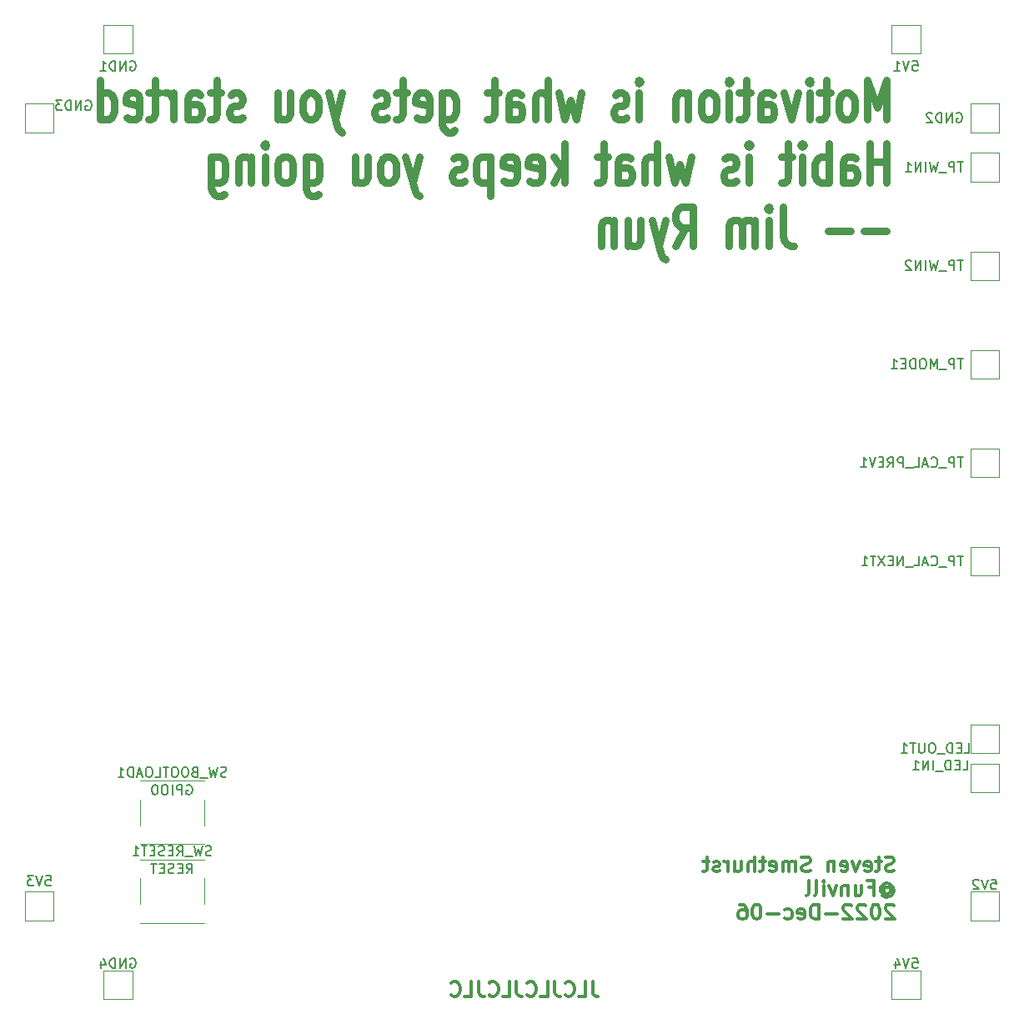
<source format=gbo>
G04 #@! TF.GenerationSoftware,KiCad,Pcbnew,(6.0.8)*
G04 #@! TF.CreationDate,2022-12-11T20:06:37-08:00*
G04 #@! TF.ProjectId,EveryDayCalendarSingleMonth,45766572-7944-4617-9943-616c656e6461,rev?*
G04 #@! TF.SameCoordinates,Original*
G04 #@! TF.FileFunction,Legend,Bot*
G04 #@! TF.FilePolarity,Positive*
%FSLAX46Y46*%
G04 Gerber Fmt 4.6, Leading zero omitted, Abs format (unit mm)*
G04 Created by KiCad (PCBNEW (6.0.8)) date 2022-12-11 20:06:37*
%MOMM*%
%LPD*%
G01*
G04 APERTURE LIST*
%ADD10C,0.750000*%
%ADD11C,0.150000*%
%ADD12C,0.300000*%
%ADD13C,0.120000*%
G04 APERTURE END LIST*
D10*
X138048214Y-50119523D02*
X138048214Y-46119523D01*
X137048214Y-48976666D01*
X136048214Y-46119523D01*
X136048214Y-50119523D01*
X134191071Y-50119523D02*
X134476785Y-49929047D01*
X134619642Y-49738571D01*
X134762500Y-49357619D01*
X134762500Y-48214761D01*
X134619642Y-47833809D01*
X134476785Y-47643333D01*
X134191071Y-47452857D01*
X133762500Y-47452857D01*
X133476785Y-47643333D01*
X133333928Y-47833809D01*
X133191071Y-48214761D01*
X133191071Y-49357619D01*
X133333928Y-49738571D01*
X133476785Y-49929047D01*
X133762500Y-50119523D01*
X134191071Y-50119523D01*
X132333928Y-47452857D02*
X131191071Y-47452857D01*
X131905357Y-46119523D02*
X131905357Y-49548095D01*
X131762500Y-49929047D01*
X131476785Y-50119523D01*
X131191071Y-50119523D01*
X130191071Y-50119523D02*
X130191071Y-47452857D01*
X130191071Y-46119523D02*
X130333928Y-46310000D01*
X130191071Y-46500476D01*
X130048214Y-46310000D01*
X130191071Y-46119523D01*
X130191071Y-46500476D01*
X129048214Y-47452857D02*
X128333928Y-50119523D01*
X127619642Y-47452857D01*
X125191071Y-50119523D02*
X125191071Y-48024285D01*
X125333928Y-47643333D01*
X125619642Y-47452857D01*
X126191071Y-47452857D01*
X126476785Y-47643333D01*
X125191071Y-49929047D02*
X125476785Y-50119523D01*
X126191071Y-50119523D01*
X126476785Y-49929047D01*
X126619642Y-49548095D01*
X126619642Y-49167142D01*
X126476785Y-48786190D01*
X126191071Y-48595714D01*
X125476785Y-48595714D01*
X125191071Y-48405238D01*
X124191071Y-47452857D02*
X123048214Y-47452857D01*
X123762499Y-46119523D02*
X123762499Y-49548095D01*
X123619642Y-49929047D01*
X123333928Y-50119523D01*
X123048214Y-50119523D01*
X122048214Y-50119523D02*
X122048214Y-47452857D01*
X122048214Y-46119523D02*
X122191071Y-46310000D01*
X122048214Y-46500476D01*
X121905357Y-46310000D01*
X122048214Y-46119523D01*
X122048214Y-46500476D01*
X120191071Y-50119523D02*
X120476785Y-49929047D01*
X120619642Y-49738571D01*
X120762499Y-49357619D01*
X120762499Y-48214761D01*
X120619642Y-47833809D01*
X120476785Y-47643333D01*
X120191071Y-47452857D01*
X119762499Y-47452857D01*
X119476785Y-47643333D01*
X119333928Y-47833809D01*
X119191071Y-48214761D01*
X119191071Y-49357619D01*
X119333928Y-49738571D01*
X119476785Y-49929047D01*
X119762499Y-50119523D01*
X120191071Y-50119523D01*
X117905357Y-47452857D02*
X117905357Y-50119523D01*
X117905357Y-47833809D02*
X117762499Y-47643333D01*
X117476785Y-47452857D01*
X117048214Y-47452857D01*
X116762499Y-47643333D01*
X116619642Y-48024285D01*
X116619642Y-50119523D01*
X112905357Y-50119523D02*
X112905357Y-47452857D01*
X112905357Y-46119523D02*
X113048214Y-46310000D01*
X112905357Y-46500476D01*
X112762499Y-46310000D01*
X112905357Y-46119523D01*
X112905357Y-46500476D01*
X111619642Y-49929047D02*
X111333928Y-50119523D01*
X110762500Y-50119523D01*
X110476785Y-49929047D01*
X110333928Y-49548095D01*
X110333928Y-49357619D01*
X110476785Y-48976666D01*
X110762500Y-48786190D01*
X111191071Y-48786190D01*
X111476785Y-48595714D01*
X111619642Y-48214761D01*
X111619642Y-48024285D01*
X111476785Y-47643333D01*
X111191071Y-47452857D01*
X110762500Y-47452857D01*
X110476785Y-47643333D01*
X107048214Y-47452857D02*
X106476785Y-50119523D01*
X105905357Y-48214761D01*
X105333928Y-50119523D01*
X104762500Y-47452857D01*
X103619642Y-50119523D02*
X103619642Y-46119523D01*
X102333928Y-50119523D02*
X102333928Y-48024285D01*
X102476785Y-47643333D01*
X102762500Y-47452857D01*
X103191071Y-47452857D01*
X103476785Y-47643333D01*
X103619642Y-47833809D01*
X99619642Y-50119523D02*
X99619642Y-48024285D01*
X99762500Y-47643333D01*
X100048214Y-47452857D01*
X100619642Y-47452857D01*
X100905357Y-47643333D01*
X99619642Y-49929047D02*
X99905357Y-50119523D01*
X100619642Y-50119523D01*
X100905357Y-49929047D01*
X101048214Y-49548095D01*
X101048214Y-49167142D01*
X100905357Y-48786190D01*
X100619642Y-48595714D01*
X99905357Y-48595714D01*
X99619642Y-48405238D01*
X98619642Y-47452857D02*
X97476785Y-47452857D01*
X98191071Y-46119523D02*
X98191071Y-49548095D01*
X98048214Y-49929047D01*
X97762500Y-50119523D01*
X97476785Y-50119523D01*
X92905357Y-47452857D02*
X92905357Y-50690952D01*
X93048214Y-51071904D01*
X93191071Y-51262380D01*
X93476785Y-51452857D01*
X93905357Y-51452857D01*
X94191071Y-51262380D01*
X92905357Y-49929047D02*
X93191071Y-50119523D01*
X93762500Y-50119523D01*
X94048214Y-49929047D01*
X94191071Y-49738571D01*
X94333928Y-49357619D01*
X94333928Y-48214761D01*
X94191071Y-47833809D01*
X94048214Y-47643333D01*
X93762500Y-47452857D01*
X93191071Y-47452857D01*
X92905357Y-47643333D01*
X90333928Y-49929047D02*
X90619642Y-50119523D01*
X91191071Y-50119523D01*
X91476785Y-49929047D01*
X91619642Y-49548095D01*
X91619642Y-48024285D01*
X91476785Y-47643333D01*
X91191071Y-47452857D01*
X90619642Y-47452857D01*
X90333928Y-47643333D01*
X90191071Y-48024285D01*
X90191071Y-48405238D01*
X91619642Y-48786190D01*
X89333928Y-47452857D02*
X88191071Y-47452857D01*
X88905357Y-46119523D02*
X88905357Y-49548095D01*
X88762499Y-49929047D01*
X88476785Y-50119523D01*
X88191071Y-50119523D01*
X87333928Y-49929047D02*
X87048214Y-50119523D01*
X86476785Y-50119523D01*
X86191071Y-49929047D01*
X86048214Y-49548095D01*
X86048214Y-49357619D01*
X86191071Y-48976666D01*
X86476785Y-48786190D01*
X86905357Y-48786190D01*
X87191071Y-48595714D01*
X87333928Y-48214761D01*
X87333928Y-48024285D01*
X87191071Y-47643333D01*
X86905357Y-47452857D01*
X86476785Y-47452857D01*
X86191071Y-47643333D01*
X82762499Y-47452857D02*
X82048214Y-50119523D01*
X81333928Y-47452857D02*
X82048214Y-50119523D01*
X82333928Y-51071904D01*
X82476785Y-51262380D01*
X82762499Y-51452857D01*
X79762500Y-50119523D02*
X80048214Y-49929047D01*
X80191071Y-49738571D01*
X80333928Y-49357619D01*
X80333928Y-48214761D01*
X80191071Y-47833809D01*
X80048214Y-47643333D01*
X79762500Y-47452857D01*
X79333928Y-47452857D01*
X79048214Y-47643333D01*
X78905357Y-47833809D01*
X78762500Y-48214761D01*
X78762500Y-49357619D01*
X78905357Y-49738571D01*
X79048214Y-49929047D01*
X79333928Y-50119523D01*
X79762500Y-50119523D01*
X76191071Y-47452857D02*
X76191071Y-50119523D01*
X77476785Y-47452857D02*
X77476785Y-49548095D01*
X77333928Y-49929047D01*
X77048214Y-50119523D01*
X76619642Y-50119523D01*
X76333928Y-49929047D01*
X76191071Y-49738571D01*
X72619642Y-49929047D02*
X72333928Y-50119523D01*
X71762500Y-50119523D01*
X71476785Y-49929047D01*
X71333928Y-49548095D01*
X71333928Y-49357619D01*
X71476785Y-48976666D01*
X71762500Y-48786190D01*
X72191071Y-48786190D01*
X72476785Y-48595714D01*
X72619642Y-48214761D01*
X72619642Y-48024285D01*
X72476785Y-47643333D01*
X72191071Y-47452857D01*
X71762500Y-47452857D01*
X71476785Y-47643333D01*
X70476785Y-47452857D02*
X69333928Y-47452857D01*
X70048214Y-46119523D02*
X70048214Y-49548095D01*
X69905357Y-49929047D01*
X69619642Y-50119523D01*
X69333928Y-50119523D01*
X67048214Y-50119523D02*
X67048214Y-48024285D01*
X67191071Y-47643333D01*
X67476785Y-47452857D01*
X68048214Y-47452857D01*
X68333928Y-47643333D01*
X67048214Y-49929047D02*
X67333928Y-50119523D01*
X68048214Y-50119523D01*
X68333928Y-49929047D01*
X68476785Y-49548095D01*
X68476785Y-49167142D01*
X68333928Y-48786190D01*
X68048214Y-48595714D01*
X67333928Y-48595714D01*
X67048214Y-48405238D01*
X65619642Y-50119523D02*
X65619642Y-47452857D01*
X65619642Y-48214761D02*
X65476785Y-47833809D01*
X65333928Y-47643333D01*
X65048214Y-47452857D01*
X64762500Y-47452857D01*
X64191071Y-47452857D02*
X63048214Y-47452857D01*
X63762500Y-46119523D02*
X63762500Y-49548095D01*
X63619642Y-49929047D01*
X63333928Y-50119523D01*
X63048214Y-50119523D01*
X60905357Y-49929047D02*
X61191071Y-50119523D01*
X61762500Y-50119523D01*
X62048214Y-49929047D01*
X62191071Y-49548095D01*
X62191071Y-48024285D01*
X62048214Y-47643333D01*
X61762500Y-47452857D01*
X61191071Y-47452857D01*
X60905357Y-47643333D01*
X60762500Y-48024285D01*
X60762500Y-48405238D01*
X62191071Y-48786190D01*
X58191071Y-50119523D02*
X58191071Y-46119523D01*
X58191071Y-49929047D02*
X58476785Y-50119523D01*
X59048214Y-50119523D01*
X59333928Y-49929047D01*
X59476785Y-49738571D01*
X59619642Y-49357619D01*
X59619642Y-48214761D01*
X59476785Y-47833809D01*
X59333928Y-47643333D01*
X59048214Y-47452857D01*
X58476785Y-47452857D01*
X58191071Y-47643333D01*
X138048214Y-56559523D02*
X138048214Y-52559523D01*
X138048214Y-54464285D02*
X136333928Y-54464285D01*
X136333928Y-56559523D02*
X136333928Y-52559523D01*
X133619642Y-56559523D02*
X133619642Y-54464285D01*
X133762500Y-54083333D01*
X134048214Y-53892857D01*
X134619642Y-53892857D01*
X134905357Y-54083333D01*
X133619642Y-56369047D02*
X133905357Y-56559523D01*
X134619642Y-56559523D01*
X134905357Y-56369047D01*
X135048214Y-55988095D01*
X135048214Y-55607142D01*
X134905357Y-55226190D01*
X134619642Y-55035714D01*
X133905357Y-55035714D01*
X133619642Y-54845238D01*
X132191071Y-56559523D02*
X132191071Y-52559523D01*
X132191071Y-54083333D02*
X131905357Y-53892857D01*
X131333928Y-53892857D01*
X131048214Y-54083333D01*
X130905357Y-54273809D01*
X130762500Y-54654761D01*
X130762500Y-55797619D01*
X130905357Y-56178571D01*
X131048214Y-56369047D01*
X131333928Y-56559523D01*
X131905357Y-56559523D01*
X132191071Y-56369047D01*
X129476785Y-56559523D02*
X129476785Y-53892857D01*
X129476785Y-52559523D02*
X129619642Y-52750000D01*
X129476785Y-52940476D01*
X129333928Y-52750000D01*
X129476785Y-52559523D01*
X129476785Y-52940476D01*
X128476785Y-53892857D02*
X127333928Y-53892857D01*
X128048214Y-52559523D02*
X128048214Y-55988095D01*
X127905357Y-56369047D01*
X127619642Y-56559523D01*
X127333928Y-56559523D01*
X124048214Y-56559523D02*
X124048214Y-53892857D01*
X124048214Y-52559523D02*
X124191071Y-52750000D01*
X124048214Y-52940476D01*
X123905357Y-52750000D01*
X124048214Y-52559523D01*
X124048214Y-52940476D01*
X122762500Y-56369047D02*
X122476785Y-56559523D01*
X121905357Y-56559523D01*
X121619642Y-56369047D01*
X121476785Y-55988095D01*
X121476785Y-55797619D01*
X121619642Y-55416666D01*
X121905357Y-55226190D01*
X122333928Y-55226190D01*
X122619642Y-55035714D01*
X122762500Y-54654761D01*
X122762500Y-54464285D01*
X122619642Y-54083333D01*
X122333928Y-53892857D01*
X121905357Y-53892857D01*
X121619642Y-54083333D01*
X118191071Y-53892857D02*
X117619642Y-56559523D01*
X117048214Y-54654761D01*
X116476785Y-56559523D01*
X115905357Y-53892857D01*
X114762500Y-56559523D02*
X114762500Y-52559523D01*
X113476785Y-56559523D02*
X113476785Y-54464285D01*
X113619642Y-54083333D01*
X113905357Y-53892857D01*
X114333928Y-53892857D01*
X114619642Y-54083333D01*
X114762500Y-54273809D01*
X110762500Y-56559523D02*
X110762500Y-54464285D01*
X110905357Y-54083333D01*
X111191071Y-53892857D01*
X111762500Y-53892857D01*
X112048214Y-54083333D01*
X110762500Y-56369047D02*
X111048214Y-56559523D01*
X111762500Y-56559523D01*
X112048214Y-56369047D01*
X112191071Y-55988095D01*
X112191071Y-55607142D01*
X112048214Y-55226190D01*
X111762500Y-55035714D01*
X111048214Y-55035714D01*
X110762500Y-54845238D01*
X109762500Y-53892857D02*
X108619642Y-53892857D01*
X109333928Y-52559523D02*
X109333928Y-55988095D01*
X109191071Y-56369047D01*
X108905357Y-56559523D01*
X108619642Y-56559523D01*
X105333928Y-56559523D02*
X105333928Y-52559523D01*
X105048214Y-55035714D02*
X104191071Y-56559523D01*
X104191071Y-53892857D02*
X105333928Y-55416666D01*
X101762500Y-56369047D02*
X102048214Y-56559523D01*
X102619642Y-56559523D01*
X102905357Y-56369047D01*
X103048214Y-55988095D01*
X103048214Y-54464285D01*
X102905357Y-54083333D01*
X102619642Y-53892857D01*
X102048214Y-53892857D01*
X101762500Y-54083333D01*
X101619642Y-54464285D01*
X101619642Y-54845238D01*
X103048214Y-55226190D01*
X99191071Y-56369047D02*
X99476785Y-56559523D01*
X100048214Y-56559523D01*
X100333928Y-56369047D01*
X100476785Y-55988095D01*
X100476785Y-54464285D01*
X100333928Y-54083333D01*
X100048214Y-53892857D01*
X99476785Y-53892857D01*
X99191071Y-54083333D01*
X99048214Y-54464285D01*
X99048214Y-54845238D01*
X100476785Y-55226190D01*
X97762500Y-53892857D02*
X97762500Y-57892857D01*
X97762500Y-54083333D02*
X97476785Y-53892857D01*
X96905357Y-53892857D01*
X96619642Y-54083333D01*
X96476785Y-54273809D01*
X96333928Y-54654761D01*
X96333928Y-55797619D01*
X96476785Y-56178571D01*
X96619642Y-56369047D01*
X96905357Y-56559523D01*
X97476785Y-56559523D01*
X97762500Y-56369047D01*
X95191071Y-56369047D02*
X94905357Y-56559523D01*
X94333928Y-56559523D01*
X94048214Y-56369047D01*
X93905357Y-55988095D01*
X93905357Y-55797619D01*
X94048214Y-55416666D01*
X94333928Y-55226190D01*
X94762500Y-55226190D01*
X95048214Y-55035714D01*
X95191071Y-54654761D01*
X95191071Y-54464285D01*
X95048214Y-54083333D01*
X94762500Y-53892857D01*
X94333928Y-53892857D01*
X94048214Y-54083333D01*
X90619642Y-53892857D02*
X89905357Y-56559523D01*
X89191071Y-53892857D02*
X89905357Y-56559523D01*
X90191071Y-57511904D01*
X90333928Y-57702380D01*
X90619642Y-57892857D01*
X87619642Y-56559523D02*
X87905357Y-56369047D01*
X88048214Y-56178571D01*
X88191071Y-55797619D01*
X88191071Y-54654761D01*
X88048214Y-54273809D01*
X87905357Y-54083333D01*
X87619642Y-53892857D01*
X87191071Y-53892857D01*
X86905357Y-54083333D01*
X86762500Y-54273809D01*
X86619642Y-54654761D01*
X86619642Y-55797619D01*
X86762500Y-56178571D01*
X86905357Y-56369047D01*
X87191071Y-56559523D01*
X87619642Y-56559523D01*
X84048214Y-53892857D02*
X84048214Y-56559523D01*
X85333928Y-53892857D02*
X85333928Y-55988095D01*
X85191071Y-56369047D01*
X84905357Y-56559523D01*
X84476785Y-56559523D01*
X84191071Y-56369047D01*
X84048214Y-56178571D01*
X79048214Y-53892857D02*
X79048214Y-57130952D01*
X79191071Y-57511904D01*
X79333928Y-57702380D01*
X79619642Y-57892857D01*
X80048214Y-57892857D01*
X80333928Y-57702380D01*
X79048214Y-56369047D02*
X79333928Y-56559523D01*
X79905357Y-56559523D01*
X80191071Y-56369047D01*
X80333928Y-56178571D01*
X80476785Y-55797619D01*
X80476785Y-54654761D01*
X80333928Y-54273809D01*
X80191071Y-54083333D01*
X79905357Y-53892857D01*
X79333928Y-53892857D01*
X79048214Y-54083333D01*
X77191071Y-56559523D02*
X77476785Y-56369047D01*
X77619642Y-56178571D01*
X77762500Y-55797619D01*
X77762500Y-54654761D01*
X77619642Y-54273809D01*
X77476785Y-54083333D01*
X77191071Y-53892857D01*
X76762500Y-53892857D01*
X76476785Y-54083333D01*
X76333928Y-54273809D01*
X76191071Y-54654761D01*
X76191071Y-55797619D01*
X76333928Y-56178571D01*
X76476785Y-56369047D01*
X76762500Y-56559523D01*
X77191071Y-56559523D01*
X74905357Y-56559523D02*
X74905357Y-53892857D01*
X74905357Y-52559523D02*
X75048214Y-52750000D01*
X74905357Y-52940476D01*
X74762500Y-52750000D01*
X74905357Y-52559523D01*
X74905357Y-52940476D01*
X73476785Y-53892857D02*
X73476785Y-56559523D01*
X73476785Y-54273809D02*
X73333928Y-54083333D01*
X73048214Y-53892857D01*
X72619642Y-53892857D01*
X72333928Y-54083333D01*
X72191071Y-54464285D01*
X72191071Y-56559523D01*
X69476785Y-53892857D02*
X69476785Y-57130952D01*
X69619642Y-57511904D01*
X69762500Y-57702380D01*
X70048214Y-57892857D01*
X70476785Y-57892857D01*
X70762500Y-57702380D01*
X69476785Y-56369047D02*
X69762500Y-56559523D01*
X70333928Y-56559523D01*
X70619642Y-56369047D01*
X70762500Y-56178571D01*
X70905357Y-55797619D01*
X70905357Y-54654761D01*
X70762500Y-54273809D01*
X70619642Y-54083333D01*
X70333928Y-53892857D01*
X69762500Y-53892857D01*
X69476785Y-54083333D01*
X138048214Y-61475714D02*
X135762500Y-61475714D01*
X134333928Y-61475714D02*
X132048214Y-61475714D01*
X127476785Y-58999523D02*
X127476785Y-61856666D01*
X127619642Y-62428095D01*
X127905357Y-62809047D01*
X128333928Y-62999523D01*
X128619642Y-62999523D01*
X126048214Y-62999523D02*
X126048214Y-60332857D01*
X126048214Y-58999523D02*
X126191071Y-59190000D01*
X126048214Y-59380476D01*
X125905357Y-59190000D01*
X126048214Y-58999523D01*
X126048214Y-59380476D01*
X124619642Y-62999523D02*
X124619642Y-60332857D01*
X124619642Y-60713809D02*
X124476785Y-60523333D01*
X124191071Y-60332857D01*
X123762500Y-60332857D01*
X123476785Y-60523333D01*
X123333928Y-60904285D01*
X123333928Y-62999523D01*
X123333928Y-60904285D02*
X123191071Y-60523333D01*
X122905357Y-60332857D01*
X122476785Y-60332857D01*
X122191071Y-60523333D01*
X122048214Y-60904285D01*
X122048214Y-62999523D01*
X116619642Y-62999523D02*
X117619642Y-61094761D01*
X118333928Y-62999523D02*
X118333928Y-58999523D01*
X117191071Y-58999523D01*
X116905357Y-59190000D01*
X116762500Y-59380476D01*
X116619642Y-59761428D01*
X116619642Y-60332857D01*
X116762500Y-60713809D01*
X116905357Y-60904285D01*
X117191071Y-61094761D01*
X118333928Y-61094761D01*
X115619642Y-60332857D02*
X114905357Y-62999523D01*
X114191071Y-60332857D02*
X114905357Y-62999523D01*
X115191071Y-63951904D01*
X115333928Y-64142380D01*
X115619642Y-64332857D01*
X111762500Y-60332857D02*
X111762500Y-62999523D01*
X113048214Y-60332857D02*
X113048214Y-62428095D01*
X112905357Y-62809047D01*
X112619642Y-62999523D01*
X112191071Y-62999523D01*
X111905357Y-62809047D01*
X111762500Y-62618571D01*
X110333928Y-60332857D02*
X110333928Y-62999523D01*
X110333928Y-60713809D02*
X110191071Y-60523333D01*
X109905357Y-60332857D01*
X109476785Y-60332857D01*
X109191071Y-60523333D01*
X109048214Y-60904285D01*
X109048214Y-62999523D01*
D11*
X66952380Y-126702380D02*
X67285714Y-126226190D01*
X67523809Y-126702380D02*
X67523809Y-125702380D01*
X67142857Y-125702380D01*
X67047619Y-125750000D01*
X67000000Y-125797619D01*
X66952380Y-125892857D01*
X66952380Y-126035714D01*
X67000000Y-126130952D01*
X67047619Y-126178571D01*
X67142857Y-126226190D01*
X67523809Y-126226190D01*
X66523809Y-126178571D02*
X66190476Y-126178571D01*
X66047619Y-126702380D02*
X66523809Y-126702380D01*
X66523809Y-125702380D01*
X66047619Y-125702380D01*
X65666666Y-126654761D02*
X65523809Y-126702380D01*
X65285714Y-126702380D01*
X65190476Y-126654761D01*
X65142857Y-126607142D01*
X65095238Y-126511904D01*
X65095238Y-126416666D01*
X65142857Y-126321428D01*
X65190476Y-126273809D01*
X65285714Y-126226190D01*
X65476190Y-126178571D01*
X65571428Y-126130952D01*
X65619047Y-126083333D01*
X65666666Y-125988095D01*
X65666666Y-125892857D01*
X65619047Y-125797619D01*
X65571428Y-125750000D01*
X65476190Y-125702380D01*
X65238095Y-125702380D01*
X65095238Y-125750000D01*
X64666666Y-126178571D02*
X64333333Y-126178571D01*
X64190476Y-126702380D02*
X64666666Y-126702380D01*
X64666666Y-125702380D01*
X64190476Y-125702380D01*
X63904761Y-125702380D02*
X63333333Y-125702380D01*
X63619047Y-126702380D02*
X63619047Y-125702380D01*
D12*
X108178571Y-137678571D02*
X108178571Y-138750000D01*
X108250000Y-138964285D01*
X108392857Y-139107142D01*
X108607142Y-139178571D01*
X108750000Y-139178571D01*
X106750000Y-139178571D02*
X107464285Y-139178571D01*
X107464285Y-137678571D01*
X105392857Y-139035714D02*
X105464285Y-139107142D01*
X105678571Y-139178571D01*
X105821428Y-139178571D01*
X106035714Y-139107142D01*
X106178571Y-138964285D01*
X106250000Y-138821428D01*
X106321428Y-138535714D01*
X106321428Y-138321428D01*
X106250000Y-138035714D01*
X106178571Y-137892857D01*
X106035714Y-137750000D01*
X105821428Y-137678571D01*
X105678571Y-137678571D01*
X105464285Y-137750000D01*
X105392857Y-137821428D01*
X104321428Y-137678571D02*
X104321428Y-138750000D01*
X104392857Y-138964285D01*
X104535714Y-139107142D01*
X104750000Y-139178571D01*
X104892857Y-139178571D01*
X102892857Y-139178571D02*
X103607142Y-139178571D01*
X103607142Y-137678571D01*
X101535714Y-139035714D02*
X101607142Y-139107142D01*
X101821428Y-139178571D01*
X101964285Y-139178571D01*
X102178571Y-139107142D01*
X102321428Y-138964285D01*
X102392857Y-138821428D01*
X102464285Y-138535714D01*
X102464285Y-138321428D01*
X102392857Y-138035714D01*
X102321428Y-137892857D01*
X102178571Y-137750000D01*
X101964285Y-137678571D01*
X101821428Y-137678571D01*
X101607142Y-137750000D01*
X101535714Y-137821428D01*
X100464285Y-137678571D02*
X100464285Y-138750000D01*
X100535714Y-138964285D01*
X100678571Y-139107142D01*
X100892857Y-139178571D01*
X101035714Y-139178571D01*
X99035714Y-139178571D02*
X99750000Y-139178571D01*
X99750000Y-137678571D01*
X97678571Y-139035714D02*
X97750000Y-139107142D01*
X97964285Y-139178571D01*
X98107142Y-139178571D01*
X98321428Y-139107142D01*
X98464285Y-138964285D01*
X98535714Y-138821428D01*
X98607142Y-138535714D01*
X98607142Y-138321428D01*
X98535714Y-138035714D01*
X98464285Y-137892857D01*
X98321428Y-137750000D01*
X98107142Y-137678571D01*
X97964285Y-137678571D01*
X97750000Y-137750000D01*
X97678571Y-137821428D01*
X96607142Y-137678571D02*
X96607142Y-138750000D01*
X96678571Y-138964285D01*
X96821428Y-139107142D01*
X97035714Y-139178571D01*
X97178571Y-139178571D01*
X95178571Y-139178571D02*
X95892857Y-139178571D01*
X95892857Y-137678571D01*
X93821428Y-139035714D02*
X93892857Y-139107142D01*
X94107142Y-139178571D01*
X94250000Y-139178571D01*
X94464285Y-139107142D01*
X94607142Y-138964285D01*
X94678571Y-138821428D01*
X94750000Y-138535714D01*
X94750000Y-138321428D01*
X94678571Y-138035714D01*
X94607142Y-137892857D01*
X94464285Y-137750000D01*
X94250000Y-137678571D01*
X94107142Y-137678571D01*
X93892857Y-137750000D01*
X93821428Y-137821428D01*
X138769285Y-126442142D02*
X138555000Y-126513571D01*
X138197857Y-126513571D01*
X138055000Y-126442142D01*
X137983571Y-126370714D01*
X137912142Y-126227857D01*
X137912142Y-126085000D01*
X137983571Y-125942142D01*
X138055000Y-125870714D01*
X138197857Y-125799285D01*
X138483571Y-125727857D01*
X138626428Y-125656428D01*
X138697857Y-125585000D01*
X138769285Y-125442142D01*
X138769285Y-125299285D01*
X138697857Y-125156428D01*
X138626428Y-125085000D01*
X138483571Y-125013571D01*
X138126428Y-125013571D01*
X137912142Y-125085000D01*
X137483571Y-125513571D02*
X136912142Y-125513571D01*
X137269285Y-125013571D02*
X137269285Y-126299285D01*
X137197857Y-126442142D01*
X137055000Y-126513571D01*
X136912142Y-126513571D01*
X135840714Y-126442142D02*
X135983571Y-126513571D01*
X136269285Y-126513571D01*
X136412142Y-126442142D01*
X136483571Y-126299285D01*
X136483571Y-125727857D01*
X136412142Y-125585000D01*
X136269285Y-125513571D01*
X135983571Y-125513571D01*
X135840714Y-125585000D01*
X135769285Y-125727857D01*
X135769285Y-125870714D01*
X136483571Y-126013571D01*
X135269285Y-125513571D02*
X134912142Y-126513571D01*
X134555000Y-125513571D01*
X133412142Y-126442142D02*
X133555000Y-126513571D01*
X133840714Y-126513571D01*
X133983571Y-126442142D01*
X134055000Y-126299285D01*
X134055000Y-125727857D01*
X133983571Y-125585000D01*
X133840714Y-125513571D01*
X133555000Y-125513571D01*
X133412142Y-125585000D01*
X133340714Y-125727857D01*
X133340714Y-125870714D01*
X134055000Y-126013571D01*
X132697857Y-125513571D02*
X132697857Y-126513571D01*
X132697857Y-125656428D02*
X132626428Y-125585000D01*
X132483571Y-125513571D01*
X132269285Y-125513571D01*
X132126428Y-125585000D01*
X132055000Y-125727857D01*
X132055000Y-126513571D01*
X130269285Y-126442142D02*
X130055000Y-126513571D01*
X129697857Y-126513571D01*
X129555000Y-126442142D01*
X129483571Y-126370714D01*
X129412142Y-126227857D01*
X129412142Y-126085000D01*
X129483571Y-125942142D01*
X129555000Y-125870714D01*
X129697857Y-125799285D01*
X129983571Y-125727857D01*
X130126428Y-125656428D01*
X130197857Y-125585000D01*
X130269285Y-125442142D01*
X130269285Y-125299285D01*
X130197857Y-125156428D01*
X130126428Y-125085000D01*
X129983571Y-125013571D01*
X129626428Y-125013571D01*
X129412142Y-125085000D01*
X128769285Y-126513571D02*
X128769285Y-125513571D01*
X128769285Y-125656428D02*
X128697857Y-125585000D01*
X128555000Y-125513571D01*
X128340714Y-125513571D01*
X128197857Y-125585000D01*
X128126428Y-125727857D01*
X128126428Y-126513571D01*
X128126428Y-125727857D02*
X128055000Y-125585000D01*
X127912142Y-125513571D01*
X127697857Y-125513571D01*
X127555000Y-125585000D01*
X127483571Y-125727857D01*
X127483571Y-126513571D01*
X126197857Y-126442142D02*
X126340714Y-126513571D01*
X126626428Y-126513571D01*
X126769285Y-126442142D01*
X126840714Y-126299285D01*
X126840714Y-125727857D01*
X126769285Y-125585000D01*
X126626428Y-125513571D01*
X126340714Y-125513571D01*
X126197857Y-125585000D01*
X126126428Y-125727857D01*
X126126428Y-125870714D01*
X126840714Y-126013571D01*
X125697857Y-125513571D02*
X125126428Y-125513571D01*
X125483571Y-125013571D02*
X125483571Y-126299285D01*
X125412142Y-126442142D01*
X125269285Y-126513571D01*
X125126428Y-126513571D01*
X124626428Y-126513571D02*
X124626428Y-125013571D01*
X123983571Y-126513571D02*
X123983571Y-125727857D01*
X124055000Y-125585000D01*
X124197857Y-125513571D01*
X124412142Y-125513571D01*
X124555000Y-125585000D01*
X124626428Y-125656428D01*
X122626428Y-125513571D02*
X122626428Y-126513571D01*
X123269285Y-125513571D02*
X123269285Y-126299285D01*
X123197857Y-126442142D01*
X123055000Y-126513571D01*
X122840714Y-126513571D01*
X122697857Y-126442142D01*
X122626428Y-126370714D01*
X121912142Y-126513571D02*
X121912142Y-125513571D01*
X121912142Y-125799285D02*
X121840714Y-125656428D01*
X121769285Y-125585000D01*
X121626428Y-125513571D01*
X121483571Y-125513571D01*
X121055000Y-126442142D02*
X120912142Y-126513571D01*
X120626428Y-126513571D01*
X120483571Y-126442142D01*
X120412142Y-126299285D01*
X120412142Y-126227857D01*
X120483571Y-126085000D01*
X120626428Y-126013571D01*
X120840714Y-126013571D01*
X120983571Y-125942142D01*
X121055000Y-125799285D01*
X121055000Y-125727857D01*
X120983571Y-125585000D01*
X120840714Y-125513571D01*
X120626428Y-125513571D01*
X120483571Y-125585000D01*
X119983571Y-125513571D02*
X119412142Y-125513571D01*
X119769285Y-125013571D02*
X119769285Y-126299285D01*
X119697857Y-126442142D01*
X119555000Y-126513571D01*
X119412142Y-126513571D01*
X137769285Y-128214285D02*
X137840714Y-128142857D01*
X137983571Y-128071428D01*
X138126428Y-128071428D01*
X138269285Y-128142857D01*
X138340714Y-128214285D01*
X138412142Y-128357142D01*
X138412142Y-128500000D01*
X138340714Y-128642857D01*
X138269285Y-128714285D01*
X138126428Y-128785714D01*
X137983571Y-128785714D01*
X137840714Y-128714285D01*
X137769285Y-128642857D01*
X137769285Y-128071428D02*
X137769285Y-128642857D01*
X137697857Y-128714285D01*
X137626428Y-128714285D01*
X137483571Y-128642857D01*
X137412142Y-128500000D01*
X137412142Y-128142857D01*
X137555000Y-127928571D01*
X137769285Y-127785714D01*
X138055000Y-127714285D01*
X138340714Y-127785714D01*
X138555000Y-127928571D01*
X138697857Y-128142857D01*
X138769285Y-128428571D01*
X138697857Y-128714285D01*
X138555000Y-128928571D01*
X138340714Y-129071428D01*
X138055000Y-129142857D01*
X137769285Y-129071428D01*
X137555000Y-128928571D01*
X136269285Y-128142857D02*
X136769285Y-128142857D01*
X136769285Y-128928571D02*
X136769285Y-127428571D01*
X136055000Y-127428571D01*
X134840714Y-127928571D02*
X134840714Y-128928571D01*
X135483571Y-127928571D02*
X135483571Y-128714285D01*
X135412142Y-128857142D01*
X135269285Y-128928571D01*
X135055000Y-128928571D01*
X134912142Y-128857142D01*
X134840714Y-128785714D01*
X134126428Y-127928571D02*
X134126428Y-128928571D01*
X134126428Y-128071428D02*
X134055000Y-128000000D01*
X133912142Y-127928571D01*
X133697857Y-127928571D01*
X133555000Y-128000000D01*
X133483571Y-128142857D01*
X133483571Y-128928571D01*
X132912142Y-127928571D02*
X132555000Y-128928571D01*
X132197857Y-127928571D01*
X131626428Y-128928571D02*
X131626428Y-127928571D01*
X131626428Y-127428571D02*
X131697857Y-127500000D01*
X131626428Y-127571428D01*
X131555000Y-127500000D01*
X131626428Y-127428571D01*
X131626428Y-127571428D01*
X130697857Y-128928571D02*
X130840714Y-128857142D01*
X130912142Y-128714285D01*
X130912142Y-127428571D01*
X129912142Y-128928571D02*
X130055000Y-128857142D01*
X130126428Y-128714285D01*
X130126428Y-127428571D01*
X138769285Y-129986428D02*
X138697857Y-129915000D01*
X138555000Y-129843571D01*
X138197857Y-129843571D01*
X138055000Y-129915000D01*
X137983571Y-129986428D01*
X137912142Y-130129285D01*
X137912142Y-130272142D01*
X137983571Y-130486428D01*
X138840714Y-131343571D01*
X137912142Y-131343571D01*
X136983571Y-129843571D02*
X136840714Y-129843571D01*
X136697857Y-129915000D01*
X136626428Y-129986428D01*
X136555000Y-130129285D01*
X136483571Y-130415000D01*
X136483571Y-130772142D01*
X136555000Y-131057857D01*
X136626428Y-131200714D01*
X136697857Y-131272142D01*
X136840714Y-131343571D01*
X136983571Y-131343571D01*
X137126428Y-131272142D01*
X137197857Y-131200714D01*
X137269285Y-131057857D01*
X137340714Y-130772142D01*
X137340714Y-130415000D01*
X137269285Y-130129285D01*
X137197857Y-129986428D01*
X137126428Y-129915000D01*
X136983571Y-129843571D01*
X135912142Y-129986428D02*
X135840714Y-129915000D01*
X135697857Y-129843571D01*
X135340714Y-129843571D01*
X135197857Y-129915000D01*
X135126428Y-129986428D01*
X135055000Y-130129285D01*
X135055000Y-130272142D01*
X135126428Y-130486428D01*
X135983571Y-131343571D01*
X135055000Y-131343571D01*
X134483571Y-129986428D02*
X134412142Y-129915000D01*
X134269285Y-129843571D01*
X133912142Y-129843571D01*
X133769285Y-129915000D01*
X133697857Y-129986428D01*
X133626428Y-130129285D01*
X133626428Y-130272142D01*
X133697857Y-130486428D01*
X134555000Y-131343571D01*
X133626428Y-131343571D01*
X132983571Y-130772142D02*
X131840714Y-130772142D01*
X131126428Y-131343571D02*
X131126428Y-129843571D01*
X130769285Y-129843571D01*
X130554999Y-129915000D01*
X130412142Y-130057857D01*
X130340714Y-130200714D01*
X130269285Y-130486428D01*
X130269285Y-130700714D01*
X130340714Y-130986428D01*
X130412142Y-131129285D01*
X130554999Y-131272142D01*
X130769285Y-131343571D01*
X131126428Y-131343571D01*
X129054999Y-131272142D02*
X129197857Y-131343571D01*
X129483571Y-131343571D01*
X129626428Y-131272142D01*
X129697857Y-131129285D01*
X129697857Y-130557857D01*
X129626428Y-130415000D01*
X129483571Y-130343571D01*
X129197857Y-130343571D01*
X129054999Y-130415000D01*
X128983571Y-130557857D01*
X128983571Y-130700714D01*
X129697857Y-130843571D01*
X127697857Y-131272142D02*
X127840714Y-131343571D01*
X128126428Y-131343571D01*
X128269285Y-131272142D01*
X128340714Y-131200714D01*
X128412142Y-131057857D01*
X128412142Y-130629285D01*
X128340714Y-130486428D01*
X128269285Y-130415000D01*
X128126428Y-130343571D01*
X127840714Y-130343571D01*
X127697857Y-130415000D01*
X127054999Y-130772142D02*
X125912142Y-130772142D01*
X124912142Y-129843571D02*
X124769285Y-129843571D01*
X124626428Y-129915000D01*
X124554999Y-129986428D01*
X124483571Y-130129285D01*
X124412142Y-130415000D01*
X124412142Y-130772142D01*
X124483571Y-131057857D01*
X124554999Y-131200714D01*
X124626428Y-131272142D01*
X124769285Y-131343571D01*
X124912142Y-131343571D01*
X125054999Y-131272142D01*
X125126428Y-131200714D01*
X125197857Y-131057857D01*
X125269285Y-130772142D01*
X125269285Y-130415000D01*
X125197857Y-130129285D01*
X125126428Y-129986428D01*
X125054999Y-129915000D01*
X124912142Y-129843571D01*
X123126428Y-129843571D02*
X123412142Y-129843571D01*
X123554999Y-129915000D01*
X123626428Y-129986428D01*
X123769285Y-130200714D01*
X123840714Y-130486428D01*
X123840714Y-131057857D01*
X123769285Y-131200714D01*
X123697857Y-131272142D01*
X123554999Y-131343571D01*
X123269285Y-131343571D01*
X123126428Y-131272142D01*
X123054999Y-131200714D01*
X122983571Y-131057857D01*
X122983571Y-130700714D01*
X123054999Y-130557857D01*
X123126428Y-130486428D01*
X123269285Y-130415000D01*
X123554999Y-130415000D01*
X123697857Y-130486428D01*
X123769285Y-130557857D01*
X123840714Y-130700714D01*
D11*
X66976190Y-117750000D02*
X67071428Y-117702380D01*
X67214285Y-117702380D01*
X67357142Y-117750000D01*
X67452380Y-117845238D01*
X67500000Y-117940476D01*
X67547619Y-118130952D01*
X67547619Y-118273809D01*
X67500000Y-118464285D01*
X67452380Y-118559523D01*
X67357142Y-118654761D01*
X67214285Y-118702380D01*
X67119047Y-118702380D01*
X66976190Y-118654761D01*
X66928571Y-118607142D01*
X66928571Y-118273809D01*
X67119047Y-118273809D01*
X66500000Y-118702380D02*
X66500000Y-117702380D01*
X66119047Y-117702380D01*
X66023809Y-117750000D01*
X65976190Y-117797619D01*
X65928571Y-117892857D01*
X65928571Y-118035714D01*
X65976190Y-118130952D01*
X66023809Y-118178571D01*
X66119047Y-118226190D01*
X66500000Y-118226190D01*
X65500000Y-118702380D02*
X65500000Y-117702380D01*
X64833333Y-117702380D02*
X64642857Y-117702380D01*
X64547619Y-117750000D01*
X64452380Y-117845238D01*
X64404761Y-118035714D01*
X64404761Y-118369047D01*
X64452380Y-118559523D01*
X64547619Y-118654761D01*
X64642857Y-118702380D01*
X64833333Y-118702380D01*
X64928571Y-118654761D01*
X65023809Y-118559523D01*
X65071428Y-118369047D01*
X65071428Y-118035714D01*
X65023809Y-117845238D01*
X64928571Y-117750000D01*
X64833333Y-117702380D01*
X63785714Y-117702380D02*
X63690476Y-117702380D01*
X63595238Y-117750000D01*
X63547619Y-117797619D01*
X63500000Y-117892857D01*
X63452380Y-118083333D01*
X63452380Y-118321428D01*
X63500000Y-118511904D01*
X63547619Y-118607142D01*
X63595238Y-118654761D01*
X63690476Y-118702380D01*
X63785714Y-118702380D01*
X63880952Y-118654761D01*
X63928571Y-118607142D01*
X63976190Y-118511904D01*
X64023809Y-118321428D01*
X64023809Y-118083333D01*
X63976190Y-117892857D01*
X63928571Y-117797619D01*
X63880952Y-117750000D01*
X63785714Y-117702380D01*
G04 #@! TO.C,LED_IN1*
X145761904Y-116202380D02*
X146238095Y-116202380D01*
X146238095Y-115202380D01*
X145428571Y-115678571D02*
X145095238Y-115678571D01*
X144952380Y-116202380D02*
X145428571Y-116202380D01*
X145428571Y-115202380D01*
X144952380Y-115202380D01*
X144523809Y-116202380D02*
X144523809Y-115202380D01*
X144285714Y-115202380D01*
X144142857Y-115250000D01*
X144047619Y-115345238D01*
X144000000Y-115440476D01*
X143952380Y-115630952D01*
X143952380Y-115773809D01*
X144000000Y-115964285D01*
X144047619Y-116059523D01*
X144142857Y-116154761D01*
X144285714Y-116202380D01*
X144523809Y-116202380D01*
X143761904Y-116297619D02*
X143000000Y-116297619D01*
X142761904Y-116202380D02*
X142761904Y-115202380D01*
X142285714Y-116202380D02*
X142285714Y-115202380D01*
X141714285Y-116202380D01*
X141714285Y-115202380D01*
X140714285Y-116202380D02*
X141285714Y-116202380D01*
X141000000Y-116202380D02*
X141000000Y-115202380D01*
X141095238Y-115345238D01*
X141190476Y-115440476D01*
X141285714Y-115488095D01*
G04 #@! TO.C,SW_RESET1*
X69476190Y-124854761D02*
X69333333Y-124902380D01*
X69095238Y-124902380D01*
X69000000Y-124854761D01*
X68952380Y-124807142D01*
X68904761Y-124711904D01*
X68904761Y-124616666D01*
X68952380Y-124521428D01*
X69000000Y-124473809D01*
X69095238Y-124426190D01*
X69285714Y-124378571D01*
X69380952Y-124330952D01*
X69428571Y-124283333D01*
X69476190Y-124188095D01*
X69476190Y-124092857D01*
X69428571Y-123997619D01*
X69380952Y-123950000D01*
X69285714Y-123902380D01*
X69047619Y-123902380D01*
X68904761Y-123950000D01*
X68571428Y-123902380D02*
X68333333Y-124902380D01*
X68142857Y-124188095D01*
X67952380Y-124902380D01*
X67714285Y-123902380D01*
X67571428Y-124997619D02*
X66809523Y-124997619D01*
X66000000Y-124902380D02*
X66333333Y-124426190D01*
X66571428Y-124902380D02*
X66571428Y-123902380D01*
X66190476Y-123902380D01*
X66095238Y-123950000D01*
X66047619Y-123997619D01*
X66000000Y-124092857D01*
X66000000Y-124235714D01*
X66047619Y-124330952D01*
X66095238Y-124378571D01*
X66190476Y-124426190D01*
X66571428Y-124426190D01*
X65571428Y-124378571D02*
X65238095Y-124378571D01*
X65095238Y-124902380D02*
X65571428Y-124902380D01*
X65571428Y-123902380D01*
X65095238Y-123902380D01*
X64714285Y-124854761D02*
X64571428Y-124902380D01*
X64333333Y-124902380D01*
X64238095Y-124854761D01*
X64190476Y-124807142D01*
X64142857Y-124711904D01*
X64142857Y-124616666D01*
X64190476Y-124521428D01*
X64238095Y-124473809D01*
X64333333Y-124426190D01*
X64523809Y-124378571D01*
X64619047Y-124330952D01*
X64666666Y-124283333D01*
X64714285Y-124188095D01*
X64714285Y-124092857D01*
X64666666Y-123997619D01*
X64619047Y-123950000D01*
X64523809Y-123902380D01*
X64285714Y-123902380D01*
X64142857Y-123950000D01*
X63714285Y-124378571D02*
X63380952Y-124378571D01*
X63238095Y-124902380D02*
X63714285Y-124902380D01*
X63714285Y-123902380D01*
X63238095Y-123902380D01*
X62952380Y-123902380D02*
X62380952Y-123902380D01*
X62666666Y-124902380D02*
X62666666Y-123902380D01*
X61523809Y-124902380D02*
X62095238Y-124902380D01*
X61809523Y-124902380D02*
X61809523Y-123902380D01*
X61904761Y-124045238D01*
X62000000Y-124140476D01*
X62095238Y-124188095D01*
G04 #@! TO.C,LED_OUT1*
X145928571Y-114452380D02*
X146404761Y-114452380D01*
X146404761Y-113452380D01*
X145595238Y-113928571D02*
X145261904Y-113928571D01*
X145119047Y-114452380D02*
X145595238Y-114452380D01*
X145595238Y-113452380D01*
X145119047Y-113452380D01*
X144690476Y-114452380D02*
X144690476Y-113452380D01*
X144452380Y-113452380D01*
X144309523Y-113500000D01*
X144214285Y-113595238D01*
X144166666Y-113690476D01*
X144119047Y-113880952D01*
X144119047Y-114023809D01*
X144166666Y-114214285D01*
X144214285Y-114309523D01*
X144309523Y-114404761D01*
X144452380Y-114452380D01*
X144690476Y-114452380D01*
X143928571Y-114547619D02*
X143166666Y-114547619D01*
X142738095Y-113452380D02*
X142547619Y-113452380D01*
X142452380Y-113500000D01*
X142357142Y-113595238D01*
X142309523Y-113785714D01*
X142309523Y-114119047D01*
X142357142Y-114309523D01*
X142452380Y-114404761D01*
X142547619Y-114452380D01*
X142738095Y-114452380D01*
X142833333Y-114404761D01*
X142928571Y-114309523D01*
X142976190Y-114119047D01*
X142976190Y-113785714D01*
X142928571Y-113595238D01*
X142833333Y-113500000D01*
X142738095Y-113452380D01*
X141880952Y-113452380D02*
X141880952Y-114261904D01*
X141833333Y-114357142D01*
X141785714Y-114404761D01*
X141690476Y-114452380D01*
X141500000Y-114452380D01*
X141404761Y-114404761D01*
X141357142Y-114357142D01*
X141309523Y-114261904D01*
X141309523Y-113452380D01*
X140976190Y-113452380D02*
X140404761Y-113452380D01*
X140690476Y-114452380D02*
X140690476Y-113452380D01*
X139547619Y-114452380D02*
X140119047Y-114452380D01*
X139833333Y-114452380D02*
X139833333Y-113452380D01*
X139928571Y-113595238D01*
X140023809Y-113690476D01*
X140119047Y-113738095D01*
G04 #@! TO.C,TP_WIN2*
X145807261Y-64452380D02*
X145235833Y-64452380D01*
X145521547Y-65452380D02*
X145521547Y-64452380D01*
X144902500Y-65452380D02*
X144902500Y-64452380D01*
X144521547Y-64452380D01*
X144426309Y-64500000D01*
X144378690Y-64547619D01*
X144331071Y-64642857D01*
X144331071Y-64785714D01*
X144378690Y-64880952D01*
X144426309Y-64928571D01*
X144521547Y-64976190D01*
X144902500Y-64976190D01*
X144140595Y-65547619D02*
X143378690Y-65547619D01*
X143235833Y-64452380D02*
X142997738Y-65452380D01*
X142807261Y-64738095D01*
X142616785Y-65452380D01*
X142378690Y-64452380D01*
X141997738Y-65452380D02*
X141997738Y-64452380D01*
X141521547Y-65452380D02*
X141521547Y-64452380D01*
X140950119Y-65452380D01*
X140950119Y-64452380D01*
X140521547Y-64547619D02*
X140473928Y-64500000D01*
X140378690Y-64452380D01*
X140140595Y-64452380D01*
X140045357Y-64500000D01*
X139997738Y-64547619D01*
X139950119Y-64642857D01*
X139950119Y-64738095D01*
X139997738Y-64880952D01*
X140569166Y-65452380D01*
X139950119Y-65452380D01*
G04 #@! TO.C,GND2*
X145140595Y-49500000D02*
X145235833Y-49452380D01*
X145378690Y-49452380D01*
X145521547Y-49500000D01*
X145616785Y-49595238D01*
X145664404Y-49690476D01*
X145712023Y-49880952D01*
X145712023Y-50023809D01*
X145664404Y-50214285D01*
X145616785Y-50309523D01*
X145521547Y-50404761D01*
X145378690Y-50452380D01*
X145283452Y-50452380D01*
X145140595Y-50404761D01*
X145092976Y-50357142D01*
X145092976Y-50023809D01*
X145283452Y-50023809D01*
X144664404Y-50452380D02*
X144664404Y-49452380D01*
X144092976Y-50452380D01*
X144092976Y-49452380D01*
X143616785Y-50452380D02*
X143616785Y-49452380D01*
X143378690Y-49452380D01*
X143235833Y-49500000D01*
X143140595Y-49595238D01*
X143092976Y-49690476D01*
X143045357Y-49880952D01*
X143045357Y-50023809D01*
X143092976Y-50214285D01*
X143140595Y-50309523D01*
X143235833Y-50404761D01*
X143378690Y-50452380D01*
X143616785Y-50452380D01*
X142664404Y-49547619D02*
X142616785Y-49500000D01*
X142521547Y-49452380D01*
X142283452Y-49452380D01*
X142188214Y-49500000D01*
X142140595Y-49547619D01*
X142092976Y-49642857D01*
X142092976Y-49738095D01*
X142140595Y-49880952D01*
X142712023Y-50452380D01*
X142092976Y-50452380D01*
G04 #@! TO.C,5V4*
X140666666Y-135304380D02*
X141142857Y-135304380D01*
X141190476Y-135780571D01*
X141142857Y-135732952D01*
X141047619Y-135685333D01*
X140809523Y-135685333D01*
X140714285Y-135732952D01*
X140666666Y-135780571D01*
X140619047Y-135875809D01*
X140619047Y-136113904D01*
X140666666Y-136209142D01*
X140714285Y-136256761D01*
X140809523Y-136304380D01*
X141047619Y-136304380D01*
X141142857Y-136256761D01*
X141190476Y-136209142D01*
X140333333Y-135304380D02*
X140000000Y-136304380D01*
X139666666Y-135304380D01*
X138904761Y-135637714D02*
X138904761Y-136304380D01*
X139142857Y-135256761D02*
X139380952Y-135971047D01*
X138761904Y-135971047D01*
G04 #@! TO.C,TP_CAL_PREV1*
X145807261Y-84452380D02*
X145235833Y-84452380D01*
X145521547Y-85452380D02*
X145521547Y-84452380D01*
X144902500Y-85452380D02*
X144902500Y-84452380D01*
X144521547Y-84452380D01*
X144426309Y-84500000D01*
X144378690Y-84547619D01*
X144331071Y-84642857D01*
X144331071Y-84785714D01*
X144378690Y-84880952D01*
X144426309Y-84928571D01*
X144521547Y-84976190D01*
X144902500Y-84976190D01*
X144140595Y-85547619D02*
X143378690Y-85547619D01*
X142569166Y-85357142D02*
X142616785Y-85404761D01*
X142759642Y-85452380D01*
X142854880Y-85452380D01*
X142997738Y-85404761D01*
X143092976Y-85309523D01*
X143140595Y-85214285D01*
X143188214Y-85023809D01*
X143188214Y-84880952D01*
X143140595Y-84690476D01*
X143092976Y-84595238D01*
X142997738Y-84500000D01*
X142854880Y-84452380D01*
X142759642Y-84452380D01*
X142616785Y-84500000D01*
X142569166Y-84547619D01*
X142188214Y-85166666D02*
X141712023Y-85166666D01*
X142283452Y-85452380D02*
X141950119Y-84452380D01*
X141616785Y-85452380D01*
X140807261Y-85452380D02*
X141283452Y-85452380D01*
X141283452Y-84452380D01*
X140712023Y-85547619D02*
X139950119Y-85547619D01*
X139712023Y-85452380D02*
X139712023Y-84452380D01*
X139331071Y-84452380D01*
X139235833Y-84500000D01*
X139188214Y-84547619D01*
X139140595Y-84642857D01*
X139140595Y-84785714D01*
X139188214Y-84880952D01*
X139235833Y-84928571D01*
X139331071Y-84976190D01*
X139712023Y-84976190D01*
X138140595Y-85452380D02*
X138473928Y-84976190D01*
X138712023Y-85452380D02*
X138712023Y-84452380D01*
X138331071Y-84452380D01*
X138235833Y-84500000D01*
X138188214Y-84547619D01*
X138140595Y-84642857D01*
X138140595Y-84785714D01*
X138188214Y-84880952D01*
X138235833Y-84928571D01*
X138331071Y-84976190D01*
X138712023Y-84976190D01*
X137712023Y-84928571D02*
X137378690Y-84928571D01*
X137235833Y-85452380D02*
X137712023Y-85452380D01*
X137712023Y-84452380D01*
X137235833Y-84452380D01*
X136950119Y-84452380D02*
X136616785Y-85452380D01*
X136283452Y-84452380D01*
X135426309Y-85452380D02*
X135997738Y-85452380D01*
X135712023Y-85452380D02*
X135712023Y-84452380D01*
X135807261Y-84595238D01*
X135902500Y-84690476D01*
X135997738Y-84738095D01*
G04 #@! TO.C,5V2*
X148666666Y-127304380D02*
X149142857Y-127304380D01*
X149190476Y-127780571D01*
X149142857Y-127732952D01*
X149047619Y-127685333D01*
X148809523Y-127685333D01*
X148714285Y-127732952D01*
X148666666Y-127780571D01*
X148619047Y-127875809D01*
X148619047Y-128113904D01*
X148666666Y-128209142D01*
X148714285Y-128256761D01*
X148809523Y-128304380D01*
X149047619Y-128304380D01*
X149142857Y-128256761D01*
X149190476Y-128209142D01*
X148333333Y-127304380D02*
X148000000Y-128304380D01*
X147666666Y-127304380D01*
X147380952Y-127399619D02*
X147333333Y-127352000D01*
X147238095Y-127304380D01*
X147000000Y-127304380D01*
X146904761Y-127352000D01*
X146857142Y-127399619D01*
X146809523Y-127494857D01*
X146809523Y-127590095D01*
X146857142Y-127732952D01*
X147428571Y-128304380D01*
X146809523Y-128304380D01*
G04 #@! TO.C,5V3*
X52666666Y-126952380D02*
X53142857Y-126952380D01*
X53190476Y-127428571D01*
X53142857Y-127380952D01*
X53047619Y-127333333D01*
X52809523Y-127333333D01*
X52714285Y-127380952D01*
X52666666Y-127428571D01*
X52619047Y-127523809D01*
X52619047Y-127761904D01*
X52666666Y-127857142D01*
X52714285Y-127904761D01*
X52809523Y-127952380D01*
X53047619Y-127952380D01*
X53142857Y-127904761D01*
X53190476Y-127857142D01*
X52333333Y-126952380D02*
X52000000Y-127952380D01*
X51666666Y-126952380D01*
X51428571Y-126952380D02*
X50809523Y-126952380D01*
X51142857Y-127333333D01*
X51000000Y-127333333D01*
X50904761Y-127380952D01*
X50857142Y-127428571D01*
X50809523Y-127523809D01*
X50809523Y-127761904D01*
X50857142Y-127857142D01*
X50904761Y-127904761D01*
X51000000Y-127952380D01*
X51285714Y-127952380D01*
X51380952Y-127904761D01*
X51428571Y-127857142D01*
G04 #@! TO.C,GND1*
X61238095Y-44250000D02*
X61333333Y-44202380D01*
X61476190Y-44202380D01*
X61619047Y-44250000D01*
X61714285Y-44345238D01*
X61761904Y-44440476D01*
X61809523Y-44630952D01*
X61809523Y-44773809D01*
X61761904Y-44964285D01*
X61714285Y-45059523D01*
X61619047Y-45154761D01*
X61476190Y-45202380D01*
X61380952Y-45202380D01*
X61238095Y-45154761D01*
X61190476Y-45107142D01*
X61190476Y-44773809D01*
X61380952Y-44773809D01*
X60761904Y-45202380D02*
X60761904Y-44202380D01*
X60190476Y-45202380D01*
X60190476Y-44202380D01*
X59714285Y-45202380D02*
X59714285Y-44202380D01*
X59476190Y-44202380D01*
X59333333Y-44250000D01*
X59238095Y-44345238D01*
X59190476Y-44440476D01*
X59142857Y-44630952D01*
X59142857Y-44773809D01*
X59190476Y-44964285D01*
X59238095Y-45059523D01*
X59333333Y-45154761D01*
X59476190Y-45202380D01*
X59714285Y-45202380D01*
X58190476Y-45202380D02*
X58761904Y-45202380D01*
X58476190Y-45202380D02*
X58476190Y-44202380D01*
X58571428Y-44345238D01*
X58666666Y-44440476D01*
X58761904Y-44488095D01*
G04 #@! TO.C,5V1*
X140666666Y-44202380D02*
X141142857Y-44202380D01*
X141190476Y-44678571D01*
X141142857Y-44630952D01*
X141047619Y-44583333D01*
X140809523Y-44583333D01*
X140714285Y-44630952D01*
X140666666Y-44678571D01*
X140619047Y-44773809D01*
X140619047Y-45011904D01*
X140666666Y-45107142D01*
X140714285Y-45154761D01*
X140809523Y-45202380D01*
X141047619Y-45202380D01*
X141142857Y-45154761D01*
X141190476Y-45107142D01*
X140333333Y-44202380D02*
X140000000Y-45202380D01*
X139666666Y-44202380D01*
X138809523Y-45202380D02*
X139380952Y-45202380D01*
X139095238Y-45202380D02*
X139095238Y-44202380D01*
X139190476Y-44345238D01*
X139285714Y-44440476D01*
X139380952Y-44488095D01*
G04 #@! TO.C,GND4*
X61238095Y-135352000D02*
X61333333Y-135304380D01*
X61476190Y-135304380D01*
X61619047Y-135352000D01*
X61714285Y-135447238D01*
X61761904Y-135542476D01*
X61809523Y-135732952D01*
X61809523Y-135875809D01*
X61761904Y-136066285D01*
X61714285Y-136161523D01*
X61619047Y-136256761D01*
X61476190Y-136304380D01*
X61380952Y-136304380D01*
X61238095Y-136256761D01*
X61190476Y-136209142D01*
X61190476Y-135875809D01*
X61380952Y-135875809D01*
X60761904Y-136304380D02*
X60761904Y-135304380D01*
X60190476Y-136304380D01*
X60190476Y-135304380D01*
X59714285Y-136304380D02*
X59714285Y-135304380D01*
X59476190Y-135304380D01*
X59333333Y-135352000D01*
X59238095Y-135447238D01*
X59190476Y-135542476D01*
X59142857Y-135732952D01*
X59142857Y-135875809D01*
X59190476Y-136066285D01*
X59238095Y-136161523D01*
X59333333Y-136256761D01*
X59476190Y-136304380D01*
X59714285Y-136304380D01*
X58285714Y-135637714D02*
X58285714Y-136304380D01*
X58523809Y-135256761D02*
X58761904Y-135971047D01*
X58142857Y-135971047D01*
G04 #@! TO.C,TP_CAL_NEXT1*
X145807261Y-94452380D02*
X145235833Y-94452380D01*
X145521547Y-95452380D02*
X145521547Y-94452380D01*
X144902500Y-95452380D02*
X144902500Y-94452380D01*
X144521547Y-94452380D01*
X144426309Y-94500000D01*
X144378690Y-94547619D01*
X144331071Y-94642857D01*
X144331071Y-94785714D01*
X144378690Y-94880952D01*
X144426309Y-94928571D01*
X144521547Y-94976190D01*
X144902500Y-94976190D01*
X144140595Y-95547619D02*
X143378690Y-95547619D01*
X142569166Y-95357142D02*
X142616785Y-95404761D01*
X142759642Y-95452380D01*
X142854880Y-95452380D01*
X142997738Y-95404761D01*
X143092976Y-95309523D01*
X143140595Y-95214285D01*
X143188214Y-95023809D01*
X143188214Y-94880952D01*
X143140595Y-94690476D01*
X143092976Y-94595238D01*
X142997738Y-94500000D01*
X142854880Y-94452380D01*
X142759642Y-94452380D01*
X142616785Y-94500000D01*
X142569166Y-94547619D01*
X142188214Y-95166666D02*
X141712023Y-95166666D01*
X142283452Y-95452380D02*
X141950119Y-94452380D01*
X141616785Y-95452380D01*
X140807261Y-95452380D02*
X141283452Y-95452380D01*
X141283452Y-94452380D01*
X140712023Y-95547619D02*
X139950119Y-95547619D01*
X139712023Y-95452380D02*
X139712023Y-94452380D01*
X139140595Y-95452380D01*
X139140595Y-94452380D01*
X138664404Y-94928571D02*
X138331071Y-94928571D01*
X138188214Y-95452380D02*
X138664404Y-95452380D01*
X138664404Y-94452380D01*
X138188214Y-94452380D01*
X137854880Y-94452380D02*
X137188214Y-95452380D01*
X137188214Y-94452380D02*
X137854880Y-95452380D01*
X136950119Y-94452380D02*
X136378690Y-94452380D01*
X136664404Y-95452380D02*
X136664404Y-94452380D01*
X135521547Y-95452380D02*
X136092976Y-95452380D01*
X135807261Y-95452380D02*
X135807261Y-94452380D01*
X135902500Y-94595238D01*
X135997738Y-94690476D01*
X136092976Y-94738095D01*
G04 #@! TO.C,GND3*
X56738095Y-48250000D02*
X56833333Y-48202380D01*
X56976190Y-48202380D01*
X57119047Y-48250000D01*
X57214285Y-48345238D01*
X57261904Y-48440476D01*
X57309523Y-48630952D01*
X57309523Y-48773809D01*
X57261904Y-48964285D01*
X57214285Y-49059523D01*
X57119047Y-49154761D01*
X56976190Y-49202380D01*
X56880952Y-49202380D01*
X56738095Y-49154761D01*
X56690476Y-49107142D01*
X56690476Y-48773809D01*
X56880952Y-48773809D01*
X56261904Y-49202380D02*
X56261904Y-48202380D01*
X55690476Y-49202380D01*
X55690476Y-48202380D01*
X55214285Y-49202380D02*
X55214285Y-48202380D01*
X54976190Y-48202380D01*
X54833333Y-48250000D01*
X54738095Y-48345238D01*
X54690476Y-48440476D01*
X54642857Y-48630952D01*
X54642857Y-48773809D01*
X54690476Y-48964285D01*
X54738095Y-49059523D01*
X54833333Y-49154761D01*
X54976190Y-49202380D01*
X55214285Y-49202380D01*
X54309523Y-48202380D02*
X53690476Y-48202380D01*
X54023809Y-48583333D01*
X53880952Y-48583333D01*
X53785714Y-48630952D01*
X53738095Y-48678571D01*
X53690476Y-48773809D01*
X53690476Y-49011904D01*
X53738095Y-49107142D01*
X53785714Y-49154761D01*
X53880952Y-49202380D01*
X54166666Y-49202380D01*
X54261904Y-49154761D01*
X54309523Y-49107142D01*
G04 #@! TO.C,TP_MODE1*
X145807261Y-74452380D02*
X145235833Y-74452380D01*
X145521547Y-75452380D02*
X145521547Y-74452380D01*
X144902500Y-75452380D02*
X144902500Y-74452380D01*
X144521547Y-74452380D01*
X144426309Y-74500000D01*
X144378690Y-74547619D01*
X144331071Y-74642857D01*
X144331071Y-74785714D01*
X144378690Y-74880952D01*
X144426309Y-74928571D01*
X144521547Y-74976190D01*
X144902500Y-74976190D01*
X144140595Y-75547619D02*
X143378690Y-75547619D01*
X143140595Y-75452380D02*
X143140595Y-74452380D01*
X142807261Y-75166666D01*
X142473928Y-74452380D01*
X142473928Y-75452380D01*
X141807261Y-74452380D02*
X141616785Y-74452380D01*
X141521547Y-74500000D01*
X141426309Y-74595238D01*
X141378690Y-74785714D01*
X141378690Y-75119047D01*
X141426309Y-75309523D01*
X141521547Y-75404761D01*
X141616785Y-75452380D01*
X141807261Y-75452380D01*
X141902500Y-75404761D01*
X141997738Y-75309523D01*
X142045357Y-75119047D01*
X142045357Y-74785714D01*
X141997738Y-74595238D01*
X141902500Y-74500000D01*
X141807261Y-74452380D01*
X140950119Y-75452380D02*
X140950119Y-74452380D01*
X140712023Y-74452380D01*
X140569166Y-74500000D01*
X140473928Y-74595238D01*
X140426309Y-74690476D01*
X140378690Y-74880952D01*
X140378690Y-75023809D01*
X140426309Y-75214285D01*
X140473928Y-75309523D01*
X140569166Y-75404761D01*
X140712023Y-75452380D01*
X140950119Y-75452380D01*
X139950119Y-74928571D02*
X139616785Y-74928571D01*
X139473928Y-75452380D02*
X139950119Y-75452380D01*
X139950119Y-74452380D01*
X139473928Y-74452380D01*
X138521547Y-75452380D02*
X139092976Y-75452380D01*
X138807261Y-75452380D02*
X138807261Y-74452380D01*
X138902500Y-74595238D01*
X138997738Y-74690476D01*
X139092976Y-74738095D01*
G04 #@! TO.C,TP_WIN1*
X145807261Y-54452380D02*
X145235833Y-54452380D01*
X145521547Y-55452380D02*
X145521547Y-54452380D01*
X144902500Y-55452380D02*
X144902500Y-54452380D01*
X144521547Y-54452380D01*
X144426309Y-54500000D01*
X144378690Y-54547619D01*
X144331071Y-54642857D01*
X144331071Y-54785714D01*
X144378690Y-54880952D01*
X144426309Y-54928571D01*
X144521547Y-54976190D01*
X144902500Y-54976190D01*
X144140595Y-55547619D02*
X143378690Y-55547619D01*
X143235833Y-54452380D02*
X142997738Y-55452380D01*
X142807261Y-54738095D01*
X142616785Y-55452380D01*
X142378690Y-54452380D01*
X141997738Y-55452380D02*
X141997738Y-54452380D01*
X141521547Y-55452380D02*
X141521547Y-54452380D01*
X140950119Y-55452380D01*
X140950119Y-54452380D01*
X139950119Y-55452380D02*
X140521547Y-55452380D01*
X140235833Y-55452380D02*
X140235833Y-54452380D01*
X140331071Y-54595238D01*
X140426309Y-54690476D01*
X140521547Y-54738095D01*
G04 #@! TO.C,SW_BOOTLOAD1*
X71000000Y-116854761D02*
X70857142Y-116902380D01*
X70619047Y-116902380D01*
X70523809Y-116854761D01*
X70476190Y-116807142D01*
X70428571Y-116711904D01*
X70428571Y-116616666D01*
X70476190Y-116521428D01*
X70523809Y-116473809D01*
X70619047Y-116426190D01*
X70809523Y-116378571D01*
X70904761Y-116330952D01*
X70952380Y-116283333D01*
X71000000Y-116188095D01*
X71000000Y-116092857D01*
X70952380Y-115997619D01*
X70904761Y-115950000D01*
X70809523Y-115902380D01*
X70571428Y-115902380D01*
X70428571Y-115950000D01*
X70095238Y-115902380D02*
X69857142Y-116902380D01*
X69666666Y-116188095D01*
X69476190Y-116902380D01*
X69238095Y-115902380D01*
X69095238Y-116997619D02*
X68333333Y-116997619D01*
X67761904Y-116378571D02*
X67619047Y-116426190D01*
X67571428Y-116473809D01*
X67523809Y-116569047D01*
X67523809Y-116711904D01*
X67571428Y-116807142D01*
X67619047Y-116854761D01*
X67714285Y-116902380D01*
X68095238Y-116902380D01*
X68095238Y-115902380D01*
X67761904Y-115902380D01*
X67666666Y-115950000D01*
X67619047Y-115997619D01*
X67571428Y-116092857D01*
X67571428Y-116188095D01*
X67619047Y-116283333D01*
X67666666Y-116330952D01*
X67761904Y-116378571D01*
X68095238Y-116378571D01*
X66904761Y-115902380D02*
X66714285Y-115902380D01*
X66619047Y-115950000D01*
X66523809Y-116045238D01*
X66476190Y-116235714D01*
X66476190Y-116569047D01*
X66523809Y-116759523D01*
X66619047Y-116854761D01*
X66714285Y-116902380D01*
X66904761Y-116902380D01*
X67000000Y-116854761D01*
X67095238Y-116759523D01*
X67142857Y-116569047D01*
X67142857Y-116235714D01*
X67095238Y-116045238D01*
X67000000Y-115950000D01*
X66904761Y-115902380D01*
X65857142Y-115902380D02*
X65666666Y-115902380D01*
X65571428Y-115950000D01*
X65476190Y-116045238D01*
X65428571Y-116235714D01*
X65428571Y-116569047D01*
X65476190Y-116759523D01*
X65571428Y-116854761D01*
X65666666Y-116902380D01*
X65857142Y-116902380D01*
X65952380Y-116854761D01*
X66047619Y-116759523D01*
X66095238Y-116569047D01*
X66095238Y-116235714D01*
X66047619Y-116045238D01*
X65952380Y-115950000D01*
X65857142Y-115902380D01*
X65142857Y-115902380D02*
X64571428Y-115902380D01*
X64857142Y-116902380D02*
X64857142Y-115902380D01*
X63761904Y-116902380D02*
X64238095Y-116902380D01*
X64238095Y-115902380D01*
X63238095Y-115902380D02*
X63047619Y-115902380D01*
X62952380Y-115950000D01*
X62857142Y-116045238D01*
X62809523Y-116235714D01*
X62809523Y-116569047D01*
X62857142Y-116759523D01*
X62952380Y-116854761D01*
X63047619Y-116902380D01*
X63238095Y-116902380D01*
X63333333Y-116854761D01*
X63428571Y-116759523D01*
X63476190Y-116569047D01*
X63476190Y-116235714D01*
X63428571Y-116045238D01*
X63333333Y-115950000D01*
X63238095Y-115902380D01*
X62428571Y-116616666D02*
X61952380Y-116616666D01*
X62523809Y-116902380D02*
X62190476Y-115902380D01*
X61857142Y-116902380D01*
X61523809Y-116902380D02*
X61523809Y-115902380D01*
X61285714Y-115902380D01*
X61142857Y-115950000D01*
X61047619Y-116045238D01*
X61000000Y-116140476D01*
X60952380Y-116330952D01*
X60952380Y-116473809D01*
X61000000Y-116664285D01*
X61047619Y-116759523D01*
X61142857Y-116854761D01*
X61285714Y-116902380D01*
X61523809Y-116902380D01*
X60000000Y-116902380D02*
X60571428Y-116902380D01*
X60285714Y-116902380D02*
X60285714Y-115902380D01*
X60380952Y-116045238D01*
X60476190Y-116140476D01*
X60571428Y-116188095D01*
D13*
G04 #@! TO.C,LED_IN1*
X149450000Y-118450000D02*
X149450000Y-115550000D01*
X149450000Y-115550000D02*
X146550000Y-115550000D01*
X146550000Y-118450000D02*
X149450000Y-118450000D01*
X146550000Y-115550000D02*
X146550000Y-118450000D01*
G04 #@! TO.C,SW_RESET1*
X68730000Y-125270000D02*
X62270000Y-125270000D01*
X68730000Y-131730000D02*
X68730000Y-131700000D01*
X68730000Y-127200000D02*
X68730000Y-129800000D01*
X68730000Y-131730000D02*
X62270000Y-131730000D01*
X68730000Y-125300000D02*
X68730000Y-125270000D01*
X62270000Y-131730000D02*
X62270000Y-131700000D01*
X62270000Y-127200000D02*
X62270000Y-129800000D01*
X62270000Y-125270000D02*
X62270000Y-125300000D01*
G04 #@! TO.C,LED_OUT1*
X146550000Y-111550000D02*
X146550000Y-114450000D01*
X149450000Y-111550000D02*
X146550000Y-111550000D01*
X149450000Y-114450000D02*
X149450000Y-111550000D01*
X146550000Y-114450000D02*
X149450000Y-114450000D01*
G04 #@! TO.C,TP_WIN2*
X146550000Y-63550000D02*
X146550000Y-66450000D01*
X149450000Y-63550000D02*
X146550000Y-63550000D01*
X149450000Y-66450000D02*
X149450000Y-63550000D01*
X146550000Y-66450000D02*
X149450000Y-66450000D01*
G04 #@! TO.C,GND2*
X146550000Y-51450000D02*
X149450000Y-51450000D01*
X149450000Y-51450000D02*
X149450000Y-48550000D01*
X149450000Y-48550000D02*
X146550000Y-48550000D01*
X146550000Y-48550000D02*
X146550000Y-51450000D01*
G04 #@! TO.C,5V4*
X141450000Y-136550000D02*
X138550000Y-136550000D01*
X138550000Y-136550000D02*
X138550000Y-139450000D01*
X138550000Y-139450000D02*
X141450000Y-139450000D01*
X141450000Y-139450000D02*
X141450000Y-136550000D01*
G04 #@! TO.C,TP_CAL_PREV1*
X149450000Y-83550000D02*
X146550000Y-83550000D01*
X146550000Y-83550000D02*
X146550000Y-86450000D01*
X146550000Y-86450000D02*
X149450000Y-86450000D01*
X149450000Y-86450000D02*
X149450000Y-83550000D01*
G04 #@! TO.C,5V2*
X149450000Y-131450000D02*
X149450000Y-128550000D01*
X146550000Y-128550000D02*
X146550000Y-131450000D01*
X146550000Y-131450000D02*
X149450000Y-131450000D01*
X149450000Y-128550000D02*
X146550000Y-128550000D01*
G04 #@! TO.C,5V3*
X50550000Y-131450000D02*
X53450000Y-131450000D01*
X50550000Y-128550000D02*
X50550000Y-131450000D01*
X53450000Y-128550000D02*
X50550000Y-128550000D01*
X53450000Y-131450000D02*
X53450000Y-128550000D01*
G04 #@! TO.C,GND1*
X61450000Y-43450000D02*
X61450000Y-40550000D01*
X61450000Y-40550000D02*
X58550000Y-40550000D01*
X58550000Y-40550000D02*
X58550000Y-43450000D01*
X58550000Y-43450000D02*
X61450000Y-43450000D01*
G04 #@! TO.C,5V1*
X138550000Y-40550000D02*
X138550000Y-43450000D01*
X138550000Y-43450000D02*
X141450000Y-43450000D01*
X141450000Y-43450000D02*
X141450000Y-40550000D01*
X141450000Y-40550000D02*
X138550000Y-40550000D01*
G04 #@! TO.C,GND4*
X61450000Y-139450000D02*
X61450000Y-136550000D01*
X61450000Y-136550000D02*
X58550000Y-136550000D01*
X58550000Y-136550000D02*
X58550000Y-139450000D01*
X58550000Y-139450000D02*
X61450000Y-139450000D01*
G04 #@! TO.C,TP_CAL_NEXT1*
X149450000Y-93550000D02*
X146550000Y-93550000D01*
X146550000Y-93550000D02*
X146550000Y-96450000D01*
X146550000Y-96450000D02*
X149450000Y-96450000D01*
X149450000Y-96450000D02*
X149450000Y-93550000D01*
G04 #@! TO.C,GND3*
X50550000Y-51450000D02*
X53450000Y-51450000D01*
X50550000Y-48550000D02*
X50550000Y-51450000D01*
X53450000Y-48550000D02*
X50550000Y-48550000D01*
X53450000Y-51450000D02*
X53450000Y-48550000D01*
G04 #@! TO.C,TP_MODE1*
X149450000Y-73550000D02*
X146550000Y-73550000D01*
X149450000Y-76450000D02*
X149450000Y-73550000D01*
X146550000Y-76450000D02*
X149450000Y-76450000D01*
X146550000Y-73550000D02*
X146550000Y-76450000D01*
G04 #@! TO.C,TP_WIN1*
X149450000Y-53550000D02*
X146550000Y-53550000D01*
X146550000Y-53550000D02*
X146550000Y-56450000D01*
X146550000Y-56450000D02*
X149450000Y-56450000D01*
X149450000Y-56450000D02*
X149450000Y-53550000D01*
G04 #@! TO.C,SW_BOOTLOAD1*
X68730000Y-123730000D02*
X62270000Y-123730000D01*
X68730000Y-117270000D02*
X62270000Y-117270000D01*
X62270000Y-117270000D02*
X62270000Y-117300000D01*
X68730000Y-119200000D02*
X68730000Y-121800000D01*
X62270000Y-119200000D02*
X62270000Y-121800000D01*
X62270000Y-123730000D02*
X62270000Y-123700000D01*
X68730000Y-117300000D02*
X68730000Y-117270000D01*
X68730000Y-123730000D02*
X68730000Y-123700000D01*
G04 #@! TD*
M02*

</source>
